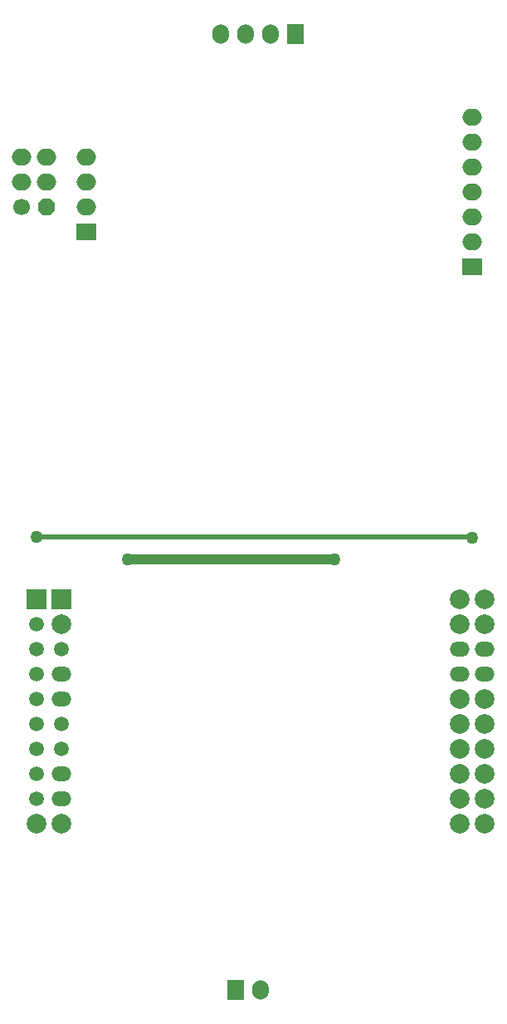
<source format=gtl>
%FSLAX25Y25*%
%MOIN*%
G70*
G01*
G75*
G04 Layer_Physical_Order=1*
G04 Layer_Color=255*
%ADD10C,0.01969*%
%ADD11C,0.03937*%
%ADD12R,0.07874X0.06693*%
%ADD13O,0.07874X0.06693*%
%ADD14R,0.06693X0.07874*%
%ADD15O,0.06693X0.07874*%
%ADD16P,0.07244X8X112.5*%
%ADD17C,0.06693*%
%ADD18C,0.07874*%
%ADD19O,0.07874X0.05906*%
%ADD20C,0.05906*%
%ADD21R,0.07874X0.07874*%
%ADD22C,0.05000*%
D10*
X84465Y-8500D02*
X84732Y-8768D01*
X-90000Y-8500D02*
X84465D01*
D11*
X-53500Y-17500D02*
X29500D01*
D12*
X-70000Y114000D02*
D03*
X84732Y99807D02*
D03*
D13*
X-70000Y124000D02*
D03*
Y134000D02*
D03*
Y144000D02*
D03*
X84732Y119807D02*
D03*
Y109807D02*
D03*
Y129807D02*
D03*
Y139807D02*
D03*
Y149807D02*
D03*
Y159807D02*
D03*
X-86000Y134000D02*
D03*
Y144000D02*
D03*
X-96000Y134000D02*
D03*
Y144000D02*
D03*
D14*
X-10000Y-190000D02*
D03*
X13732Y193307D02*
D03*
D15*
X0Y-190000D02*
D03*
X3732Y193307D02*
D03*
X-6268D02*
D03*
X-16268D02*
D03*
D16*
X-86000Y124000D02*
D03*
D17*
X-96000D02*
D03*
D18*
X80000Y-123500D02*
D03*
Y-113500D02*
D03*
Y-103500D02*
D03*
Y-93500D02*
D03*
Y-83500D02*
D03*
Y-73500D02*
D03*
Y-43500D02*
D03*
Y-33500D02*
D03*
X90000Y-123500D02*
D03*
Y-113500D02*
D03*
Y-103500D02*
D03*
Y-93500D02*
D03*
Y-83500D02*
D03*
Y-73500D02*
D03*
Y-43500D02*
D03*
Y-33500D02*
D03*
X-90000Y-123500D02*
D03*
X-80000D02*
D03*
Y-43500D02*
D03*
D19*
X80000Y-63500D02*
D03*
Y-53500D02*
D03*
X90000Y-63500D02*
D03*
Y-53500D02*
D03*
X-80000Y-113500D02*
D03*
Y-103500D02*
D03*
Y-73500D02*
D03*
Y-63500D02*
D03*
D20*
X-90000Y-113500D02*
D03*
Y-103500D02*
D03*
Y-93500D02*
D03*
Y-83500D02*
D03*
Y-73500D02*
D03*
Y-63500D02*
D03*
Y-53500D02*
D03*
Y-43500D02*
D03*
X-80000Y-93500D02*
D03*
Y-83500D02*
D03*
Y-53500D02*
D03*
D21*
X-90000Y-33500D02*
D03*
X-80000D02*
D03*
D22*
X84732Y-8768D02*
D03*
X29500Y-17500D02*
D03*
X-53500D02*
D03*
X-90000Y-8500D02*
D03*
M02*

</source>
